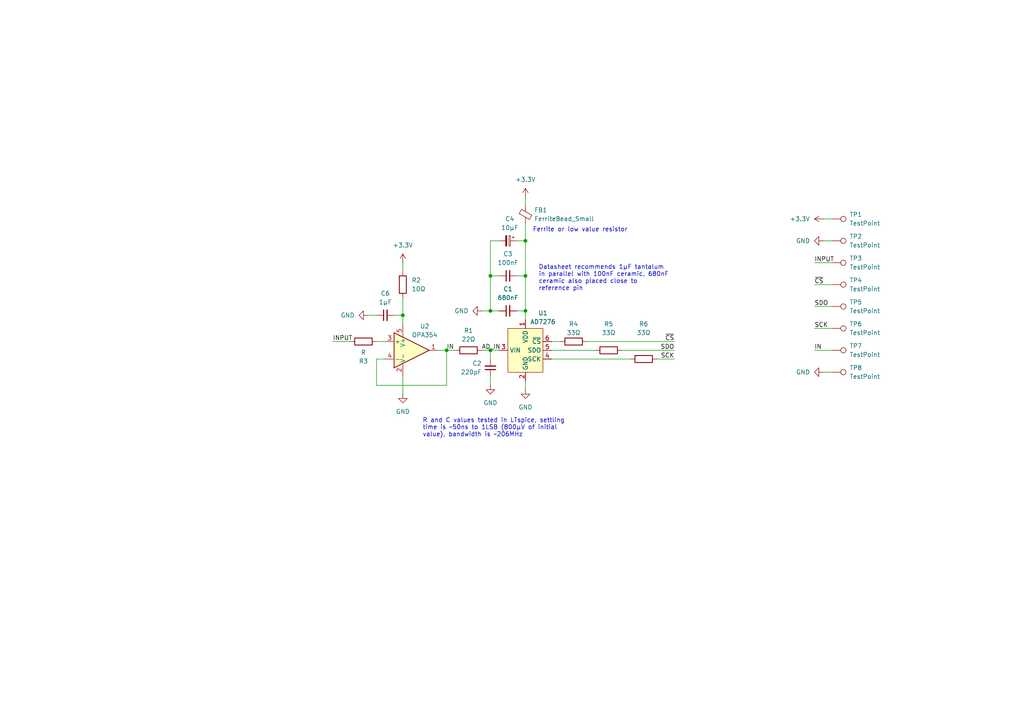
<source format=kicad_sch>
(kicad_sch (version 20231120) (generator "eeschema") (generator_version "8.0")
  (paper "A4")
  (lib_symbols
    (symbol "AD7276:AD7276"
      (property "Reference" "U1" (at -0.508 -15.748 0))
      (property "Value" "AD7276" (at -0.508 -18.288 0))
      (symbol "AD7276_1_1"
        (rectangle (start -5.08 6.35) (end 5.08 -6.35) (fill (type background)))
        (pin power_in line (at 0 8.89 270) (length 2.54) (name "VDD") (number "1"))
        (pin power_in line (at 0 -8.89 90) (length 2.54) (name "GND") (number "2"))
        (pin power_in line (at -7.62 0 0) (length 2.54) (name "VIN") (number "3"))
        (pin power_in line (at 7.62 -2.54 180) (length 2.54) (name "SCK") (number "4"))
        (pin power_in line (at 7.62 0 180) (length 2.54) (name "SDO") (number "5"))
        (pin power_in line (at 7.62 2.54 180) (length 2.54) (name "~{CS}") (number "6"))
      )
    )
    (symbol "Amplifier_Operational:OPA356xxDBV" (pin_names (offset 0.127))
      (property "Reference" "U" (at -1.27 6.35 0))
      (property "Value" "OPA356xxDBV" (at -1.27 3.81 0))
      (symbol "OPA356xxDBV_0_1"
        (polyline (pts (xy -5.08 5.08) (xy 5.08 0) (xy -5.08 -5.08) (xy -5.08 5.08)) (stroke (width 0.254)) (fill (type background)))
        (pin power_in line (at -2.54 -7.62 90) (length 3.81) (name "V-") (number "2"))
        (pin power_in line (at -2.54 7.62 270) (length 3.81) (name "V+") (number "5"))
      )
      (symbol "OPA356xxDBV_1_1"
        (pin output line (at 7.62 0 180) (length 2.54) (name "~") (number "1"))
        (pin input line (at -7.62 2.54 0) (length 2.54) (name "+") (number "3"))
        (pin input line (at -7.62 -2.54 0) (length 2.54) (name "-") (number "4"))
      )
    )
    (symbol "Connector:TestPoint" (pin_numbers hide) (pin_names (offset 0.762) hide)
      (property "Reference" "TP" (at 0 6.858 0))
      (property "Value" "TestPoint" (at 0 5.08 0))
      (symbol "TestPoint_0_1"
        (circle (center 0 3.302) (radius 0.762))
      )
      (symbol "TestPoint_1_1"
        (pin passive line (at 0 0 90) (length 2.54) (name "1") (number "1"))
      )
    )
    (symbol "Device:C_Polarized_Small" (pin_numbers hide) (pin_names (offset 0.254) hide)
      (property "Reference" "C" (at 0.254 1.778 0))
      (property "Value" "C_Polarized_Small" (at 0.254 -2.032 0))
      (symbol "C_Polarized_Small_0_1"
        (rectangle (start -1.524 -0.3048) (end 1.524 -0.6858) (fill (type outline)))
        (rectangle (start -1.524 0.6858) (end 1.524 0.3048))
        (polyline (pts (xy -1.27 1.524) (xy -0.762 1.524)))
        (polyline (pts (xy -1.016 1.27) (xy -1.016 1.778)))
      )
      (symbol "C_Polarized_Small_1_1"
        (pin passive line (at 0 2.54 270) (length 1.8542) (name "~") (number "1"))
        (pin passive line (at 0 -2.54 90) (length 1.8542) (name "~") (number "2"))
      )
    )
    (symbol "Device:C_Small" (pin_numbers hide) (pin_names (offset 0.254) hide)
      (property "Reference" "C" (at 0.254 1.778 0))
      (property "Value" "C_Small" (at 0.254 -2.032 0))
      (symbol "C_Small_0_1"
        (polyline (pts (xy -1.524 -0.508) (xy 1.524 -0.508)) (stroke (width 0.3302)))
        (polyline (pts (xy -1.524 0.508) (xy 1.524 0.508)) (stroke (width 0.3048)))
      )
      (symbol "C_Small_1_1"
        (pin passive line (at 0 2.54 270) (length 2.032) (name "~") (number "1"))
        (pin passive line (at 0 -2.54 90) (length 2.032) (name "~") (number "2"))
      )
    )
    (symbol "Device:FerriteBead_Small" (pin_numbers hide) (pin_names (offset 0))
      (property "Reference" "FB" (at 1.905 1.27 0))
      (property "Value" "FerriteBead_Small" (at 1.905 -1.27 0))
      (symbol "FerriteBead_Small_0_1"
        (polyline (pts (xy 0 -1.27) (xy 0 -0.7874)))
        (polyline (pts (xy 0 0.889) (xy 0 1.2954)))
        (polyline (pts (xy -1.8288 0.2794) (xy -1.1176 1.4986) (xy 1.8288 -0.2032) (xy 1.1176 -1.4224) (xy -1.8288 0.2794)))
      )
      (symbol "FerriteBead_Small_1_1"
        (pin passive line (at 0 2.54 270) (length 1.27) (name "~") (number "1"))
        (pin passive line (at 0 -2.54 90) (length 1.27) (name "~") (number "2"))
      )
    )
    (symbol "Device:R" (pin_numbers hide) (pin_names (offset 0))
      (property "Reference" "R" (at 2.032 0 90))
      (property "Value" "R" (at 0 0 90))
      (symbol "R_0_1"
        (rectangle (start -1.016 -2.54) (end 1.016 2.54) (stroke (width 0.254)))
      )
      (symbol "R_1_1"
        (pin passive line (at 0 3.81 270) (length 1.27) (name "~") (number "1"))
        (pin passive line (at 0 -3.81 90) (length 1.27) (name "~") (number "2"))
      )
    )
    (symbol "power:+3.3V" (power) (pin_numbers hide) (pin_names (offset 0) hide)
      (property "Value" "+3.3V" (at 0 3.556 0))
      (symbol "+3.3V_0_1"
        (polyline (pts (xy -0.762 1.27) (xy 0 2.54)))
        (polyline (pts (xy 0 0) (xy 0 2.54)))
        (polyline (pts (xy 0 2.54) (xy 0.762 1.27)))
      )
      (symbol "+3.3V_1_1"
        (pin power_in line (at 0 0 90) (length 0) (name "~") (number "1"))
      )
    )
    (symbol "power:GND" (power) (pin_numbers hide) (pin_names (offset 0) hide)
      (property "Value" "GND" (at 0 -3.81 0))
      (symbol "GND_0_1"
        (polyline (pts (xy 0 0) (xy 0 -1.27) (xy 1.27 -1.27) (xy 0 -2.54) (xy -1.27 -1.27) (xy 0 -1.27)))
      )
      (symbol "GND_1_1"
        (pin power_in line (at 0 0 270) (length 0) (name "~") (number "1"))
      )
    )
  )
  (junction (at 142.24 80.01))
  (junction (at 129.54 101.6))
  (junction (at 142.24 90.17))
  (junction (at 152.4 69.85))
  (junction (at 116.84 91.44))
  (junction (at 152.4 80.01))
  (junction (at 142.24 101.6))
  (junction (at 152.4 90.17))
  (wire (pts (xy 142.24 109.22) (xy 142.24 111.76)))
  (wire (pts (xy 116.84 86.36) (xy 116.84 91.44)))
  (wire (pts (xy 116.84 109.22) (xy 116.84 114.3)))
  (wire (pts (xy 236.22 88.9) (xy 241.3 88.9)))
  (wire (pts (xy 142.24 90.17) (xy 144.78 90.17)))
  (wire (pts (xy 162.56 99.06) (xy 160.02 99.06)))
  (wire (pts (xy 152.4 69.85) (xy 152.4 80.01)))
  (wire (pts (xy 109.22 104.14) (xy 109.22 111.76)))
  (wire (pts (xy 142.24 101.6) (xy 142.24 104.14)))
  (wire (pts (xy 195.58 101.6) (xy 180.34 101.6)))
  (wire (pts (xy 142.24 101.6) (xy 144.78 101.6)))
  (wire (pts (xy 236.22 82.55) (xy 241.3 82.55)))
  (wire (pts (xy 127 101.6) (xy 129.54 101.6)))
  (wire (pts (xy 236.22 95.25) (xy 241.3 95.25)))
  (wire (pts (xy 195.58 99.06) (xy 170.18 99.06)))
  (wire (pts (xy 111.76 104.14) (xy 109.22 104.14)))
  (wire (pts (xy 109.22 111.76) (xy 129.54 111.76)))
  (wire (pts (xy 139.7 101.6) (xy 142.24 101.6)))
  (wire (pts (xy 142.24 80.01) (xy 144.78 80.01)))
  (wire (pts (xy 195.58 104.14) (xy 190.5 104.14)))
  (wire (pts (xy 142.24 90.17) (xy 142.24 80.01)))
  (wire (pts (xy 152.4 64.77) (xy 152.4 69.85)))
  (wire (pts (xy 236.22 101.6) (xy 241.3 101.6)))
  (wire (pts (xy 238.76 63.5) (xy 241.3 63.5)))
  (wire (pts (xy 182.88 104.14) (xy 160.02 104.14)))
  (wire (pts (xy 129.54 111.76) (xy 129.54 101.6)))
  (wire (pts (xy 139.7 90.17) (xy 142.24 90.17)))
  (wire (pts (xy 152.4 90.17) (xy 152.4 92.71)))
  (wire (pts (xy 149.86 69.85) (xy 152.4 69.85)))
  (wire (pts (xy 116.84 76.2) (xy 116.84 78.74)))
  (wire (pts (xy 96.52 99.06) (xy 101.6 99.06)))
  (wire (pts (xy 106.68 91.44) (xy 109.22 91.44)))
  (wire (pts (xy 236.22 76.2) (xy 241.3 76.2)))
  (wire (pts (xy 129.54 101.6) (xy 132.08 101.6)))
  (wire (pts (xy 238.76 107.95) (xy 241.3 107.95)))
  (wire (pts (xy 238.76 69.85) (xy 241.3 69.85)))
  (wire (pts (xy 149.86 80.01) (xy 152.4 80.01)))
  (wire (pts (xy 114.3 91.44) (xy 116.84 91.44)))
  (wire (pts (xy 142.24 69.85) (xy 144.78 69.85)))
  (wire (pts (xy 116.84 91.44) (xy 116.84 93.98)))
  (wire (pts (xy 172.72 101.6) (xy 160.02 101.6)))
  (wire (pts (xy 109.22 99.06) (xy 111.76 99.06)))
  (wire (pts (xy 149.86 90.17) (xy 152.4 90.17)))
  (wire (pts (xy 152.4 80.01) (xy 152.4 90.17)))
  (wire (pts (xy 152.4 113.03) (xy 152.4 110.49)))
  (wire (pts (xy 152.4 57.15) (xy 152.4 59.69)))
  (wire (pts (xy 142.24 69.85) (xy 142.24 80.01)))
  (text "Datasheet recommends 1μF tantalum\nin parallel with 100nF ceramic, 680nF \nceramic also placed close to\nreference pin" (at 156.21 76.835 0) (effects (font (size 1.27 1.27)) (justify left top)))
  (text "Ferrite or low value resistor" (at 168.275 66.675 0) (effects (font (size 1.27 1.27))))
  (text "R and C values tested in LTspice, settling\ntime is ~50ns to 1LSB (800μV of initial\nvalue), bandwidth is ~206MHz" (at 122.555 121.285 0) (effects (font (size 1.27 1.27)) (justify left top)))
  (label "AD_IN" (at 139.7 101.6 0))
  (label "SDO" (at 195.58 101.6 180))
  (label "SCK" (at 195.58 104.14 180))
  (label "INPUT" (at 236.22 76.2 0))
  (label "IN" (at 236.22 101.6 0))
  (label "IN" (at 129.54 101.6 0))
  (label "INPUT" (at 96.52 99.06 0))
  (label "~{CS}" (at 195.58 99.06 180))
  (label "SCK" (at 236.22 95.25 0))
  (label "SDO" (at 236.22 88.9 0))
  (label "~{CS}" (at 236.22 82.55 0))
  (symbol (lib_id "Connector:TestPoint") (at 241.3 82.55 270) (unit 1)
    (property "Reference" "TP4" (at 246.38 81.2799 90) (effects (justify left)))
    (property "Value" "TestPoint" (at 246.38 83.8199 90) (effects (justify left)))
    (property "Footprint" "TestPoint:TestPoint_Pad_2.0x2.0mm" (effects (hide yes)))
    (property "Description" "test point" (effects (hide yes)))
  )
  (symbol (lib_id "Device:R") (at 166.37 99.06 90) (unit 1)
    (property "Reference" "R4" (at 166.37 93.98 90))
    (property "Value" "33Ω" (at 166.37 96.52 90))
    (property "Footprint" "Resistor_SMD:R_0402_1005Metric" (effects (hide yes)))
    (property "Description" "Resistor" (effects (hide yes)))
  )
  (symbol (lib_id "AD7276:AD7276") (at 152.4 101.6 0) (unit 1)
    (property "Reference" "U1" (at 157.48 90.805 0))
    (property "Value" "AD7276" (at 157.48 93.345 0))
    (property "Footprint" "Package_TO_SOT_SMD:TSOT-23-6" (effects (hide yes)))
  )
  (symbol (lib_id "power:+3.3V") (at 116.84 76.2 0) (unit 1)
    (property "Reference" "#PWR06" (effects (hide yes)))
    (property "Value" "+3.3V" (at 116.84 71.12 0))
    (property "Description" "Power symbol creates a global label with name \"+3.3V\"" (effects (hide yes)))
  )
  (symbol (lib_id "Device:R") (at 116.84 82.55 0) (unit 1)
    (property "Reference" "R2" (at 119.38 81.2799 0) (effects (justify left)))
    (property "Value" "10Ω" (at 119.38 83.8199 0) (effects (justify left)))
    (property "Footprint" "Resistor_SMD:R_0603_1608Metric_Pad0.98x0.95mm_HandSolder" (effects (hide yes)))
    (property "Description" "Resistor" (effects (hide yes)))
  )
  (symbol (lib_id "Connector:TestPoint") (at 241.3 76.2 270) (unit 1)
    (property "Reference" "TP3" (at 246.38 74.9299 90) (effects (justify left)))
    (property "Value" "TestPoint" (at 246.38 77.4699 90) (effects (justify left)))
    (property "Footprint" "TestPoint:TestPoint_Pad_2.0x2.0mm" (effects (hide yes)))
    (property "Description" "test point" (effects (hide yes)))
  )
  (symbol (lib_id "Device:R") (at 105.41 99.06 90) (unit 1)
    (property "Reference" "R3" (at 105.41 104.775 90))
    (property "Value" "R" (at 105.41 102.235 90))
    (property "Footprint" "Resistor_SMD:R_0603_1608Metric_Pad0.98x0.95mm_HandSolder" (effects (hide yes)))
    (property "Description" "Resistor" (effects (hide yes)))
  )
  (symbol (lib_id "Connector:TestPoint") (at 241.3 95.25 270) (unit 1)
    (property "Reference" "TP6" (at 246.38 93.9799 90) (effects (justify left)))
    (property "Value" "TestPoint" (at 246.38 96.5199 90) (effects (justify left)))
    (property "Footprint" "TestPoint:TestPoint_Pad_2.0x2.0mm" (effects (hide yes)))
    (property "Description" "test point" (effects (hide yes)))
  )
  (symbol (lib_id "power:GND") (at 152.4 113.03 0) (unit 1)
    (property "Reference" "#PWR04" (effects (hide yes)))
    (property "Value" "GND" (at 152.4 118.11 0))
    (property "Description" "Power symbol creates a global label with name \"GND\" , ground" (effects (hide yes)))
  )
  (symbol (lib_id "Device:C_Small") (at 147.32 90.17 90) (unit 1)
    (property "Reference" "C1" (at 147.3263 83.82 90))
    (property "Value" "680nF" (at 147.3263 86.36 90))
    (property "Footprint" "Capacitor_SMD:C_0402_1005Metric_Pad0.74x0.62mm_HandSolder" (effects (hide yes)))
    (property "Description" "Unpolarized capacitor, small symbol" (effects (hide yes)))
  )
  (symbol (lib_id "Device:C_Small") (at 142.24 106.68 0) (mirror x) (unit 1)
    (property "Reference" "C2" (at 139.7 105.4035 0) (effects (justify right)))
    (property "Value" "220pF" (at 139.7 107.9435 0) (effects (justify right)))
    (property "Footprint" "Capacitor_SMD:C_0603_1608Metric_Pad1.08x0.95mm_HandSolder" (effects (hide yes)))
    (property "Description" "Unpolarized capacitor, small symbol" (effects (hide yes)))
  )
  (symbol (lib_id "power:GND") (at 116.84 114.3 0) (unit 1)
    (property "Reference" "#PWR011" (effects (hide yes)))
    (property "Value" "GND" (at 116.84 119.38 0))
    (property "Description" "Power symbol creates a global label with name \"GND\" , ground" (effects (hide yes)))
  )
  (symbol (lib_id "Connector:TestPoint") (at 241.3 69.85 270) (unit 1)
    (property "Reference" "TP2" (at 246.38 68.5799 90) (effects (justify left)))
    (property "Value" "TestPoint" (at 246.38 71.1199 90) (effects (justify left)))
    (property "Footprint" "TestPoint:TestPoint_Pad_2.0x2.0mm" (effects (hide yes)))
    (property "Description" "test point" (effects (hide yes)))
  )
  (symbol (lib_id "power:GND") (at 139.7 90.17 270) (unit 1)
    (property "Reference" "#PWR01" (effects (hide yes)))
    (property "Value" "GND" (at 135.89 90.1699 90) (effects (justify right)))
    (property "Description" "Power symbol creates a global label with name \"GND\" , ground" (effects (hide yes)))
  )
  (symbol (lib_id "Device:FerriteBead_Small") (at 152.4 62.23 0) (unit 1)
    (property "Reference" "FB1" (at 154.94 60.9218 0) (effects (justify left)))
    (property "Value" "FerriteBead_Small" (at 154.94 63.4618 0) (effects (justify left)))
    (property "Footprint" "Resistor_SMD:R_0603_1608Metric_Pad0.98x0.95mm_HandSolder" (effects (hide yes)))
    (property "Description" "Ferrite bead, small symbol" (effects (hide yes)))
  )
  (symbol (lib_id "power:GND") (at 238.76 69.85 270) (unit 1)
    (property "Reference" "#PWR08" (effects (hide yes)))
    (property "Value" "GND" (at 234.95 69.8499 90) (effects (justify right)))
    (property "Description" "Power symbol creates a global label with name \"GND\" , ground" (effects (hide yes)))
  )
  (symbol (lib_id "power:GND") (at 106.68 91.44 270) (unit 1)
    (property "Reference" "#PWR05" (effects (hide yes)))
    (property "Value" "GND" (at 102.87 91.4399 90) (effects (justify right)))
    (property "Description" "Power symbol creates a global label with name \"GND\" , ground" (effects (hide yes)))
  )
  (symbol (lib_id "Connector:TestPoint") (at 241.3 63.5 270) (unit 1)
    (property "Reference" "TP1" (at 246.38 62.2299 90) (effects (justify left)))
    (property "Value" "TestPoint" (at 246.38 64.7699 90) (effects (justify left)))
    (property "Footprint" "TestPoint:TestPoint_Pad_2.0x2.0mm" (effects (hide yes)))
    (property "Description" "test point" (effects (hide yes)))
  )
  (symbol (lib_id "Device:C_Small") (at 147.32 80.01 90) (unit 1)
    (property "Reference" "C3" (at 147.3263 73.66 90))
    (property "Value" "100nF" (at 147.3263 76.2 90))
    (property "Footprint" "Capacitor_SMD:C_0402_1005Metric_Pad0.74x0.62mm_HandSolder" (effects (hide yes)))
    (property "Description" "Unpolarized capacitor, small symbol" (effects (hide yes)))
  )
  (symbol (lib_id "Connector:TestPoint") (at 241.3 101.6 270) (unit 1)
    (property "Reference" "TP7" (at 246.38 100.3299 90) (effects (justify left)))
    (property "Value" "TestPoint" (at 246.38 102.8699 90) (effects (justify left)))
    (property "Footprint" "TestPoint:TestPoint_Pad_2.0x2.0mm" (effects (hide yes)))
    (property "Description" "test point" (effects (hide yes)))
  )
  (symbol (lib_id "power:+3.3V") (at 152.4 57.15 0) (unit 1)
    (property "Reference" "#PWR03" (effects (hide yes)))
    (property "Value" "+3.3V" (at 152.4 52.07 0))
    (property "Description" "Power symbol creates a global label with name \"+3.3V\"" (effects (hide yes)))
  )
  (symbol (lib_id "Device:R") (at 186.69 104.14 90) (unit 1)
    (property "Reference" "R6" (at 186.69 93.98 90))
    (property "Value" "33Ω" (at 186.69 96.52 90))
    (property "Footprint" "Resistor_SMD:R_0402_1005Metric" (effects (hide yes)))
    (property "Description" "Resistor" (effects (hide yes)))
  )
  (symbol (lib_id "Device:C_Polarized_Small") (at 147.32 69.85 270) (unit 1)
    (property "Reference" "C4" (at 147.8661 63.5 90))
    (property "Value" "10μF" (at 147.8661 66.04 90))
    (property "Footprint" "Capacitor_Tantalum_SMD:CP_EIA-2012-15_AVX-P" (effects (hide yes)))
    (property "Description" "Polarized capacitor, small symbol" (effects (hide yes)))
  )
  (symbol (lib_id "Connector:TestPoint") (at 241.3 88.9 270) (unit 1)
    (property "Reference" "TP5" (at 246.38 87.6299 90) (effects (justify left)))
    (property "Value" "TestPoint" (at 246.38 90.1699 90) (effects (justify left)))
    (property "Footprint" "TestPoint:TestPoint_Pad_2.0x2.0mm" (effects (hide yes)))
    (property "Description" "test point" (effects (hide yes)))
  )
  (symbol (lib_id "Device:C_Small") (at 111.76 91.44 90) (unit 1)
    (property "Reference" "C6" (at 111.7663 85.09 90))
    (property "Value" "1μF" (at 111.7663 87.63 90))
    (property "Footprint" "Capacitor_SMD:C_0402_1005Metric_Pad0.74x0.62mm_HandSolder" (effects (hide yes)))
    (property "Description" "Unpolarized capacitor, small symbol" (effects (hide yes)))
  )
  (symbol (lib_id "power:GND") (at 142.24 111.76 0) (unit 1)
    (property "Reference" "#PWR02" (effects (hide yes)))
    (property "Value" "GND" (at 142.24 116.84 0))
    (property "Description" "Power symbol creates a global label with name \"GND\" , ground" (effects (hide yes)))
  )
  (symbol (lib_id "power:+3.3V") (at 238.76 63.5 90) (unit 1)
    (property "Reference" "#PWR07" (effects (hide yes)))
    (property "Value" "+3.3V" (at 234.95 63.4999 90) (effects (justify left)))
    (property "Description" "Power symbol creates a global label with name \"+3.3V\"" (effects (hide yes)))
  )
  (symbol (lib_id "Amplifier_Operational:OPA356xxDBV") (at 119.38 101.6 0) (unit 1)
    (property "Reference" "U2" (at 123.19 94.615 0))
    (property "Value" "OPA354" (at 123.19 97.155 0))
    (property "Footprint" "Package_TO_SOT_SMD:SOT-23-5" (effects (hide yes)))
    (property "Datasheet" "http://www.ti.com/lit/ds/symlink/opa356.pdf" (effects (hide yes)))
    (property "Description" "Single High Speed CMOS Operational Amplifier, SOT-23-5" (effects (hide yes)))
  )
  (symbol (lib_id "Device:R") (at 176.53 101.6 90) (unit 1)
    (property "Reference" "R5" (at 176.53 93.98 90))
    (property "Value" "33Ω" (at 176.53 96.52 90))
    (property "Footprint" "Resistor_SMD:R_0402_1005Metric" (effects (hide yes)))
    (property "Description" "Resistor" (effects (hide yes)))
  )
  (symbol (lib_id "Connector:TestPoint") (at 241.3 107.95 270) (unit 1)
    (property "Reference" "TP8" (at 246.38 106.6799 90) (effects (justify left)))
    (property "Value" "TestPoint" (at 246.38 109.2199 90) (effects (justify left)))
    (property "Footprint" "TestPoint:TestPoint_Pad_2.0x2.0mm" (effects (hide yes)))
    (property "Description" "test point" (effects (hide yes)))
  )
  (symbol (lib_id "Device:R") (at 135.89 101.6 90) (mirror x) (unit 1)
    (property "Reference" "R1" (at 135.89 95.885 90))
    (property "Value" "22Ω" (at 135.89 98.425 90))
    (property "Footprint" "Resistor_SMD:R_0603_1608Metric_Pad0.98x0.95mm_HandSolder" (effects (hide yes)))
    (property "Description" "Resistor" (effects (hide yes)))
  )
  (symbol (lib_id "power:GND") (at 238.76 107.95 270) (unit 1)
    (property "Reference" "#PWR010" (effects (hide yes)))
    (property "Value" "GND" (at 234.95 107.9499 90) (effects (justify right)))
    (property "Description" "Power symbol creates a global label with name \"GND\" , ground" (effects (hide yes)))
  )
)
</source>
